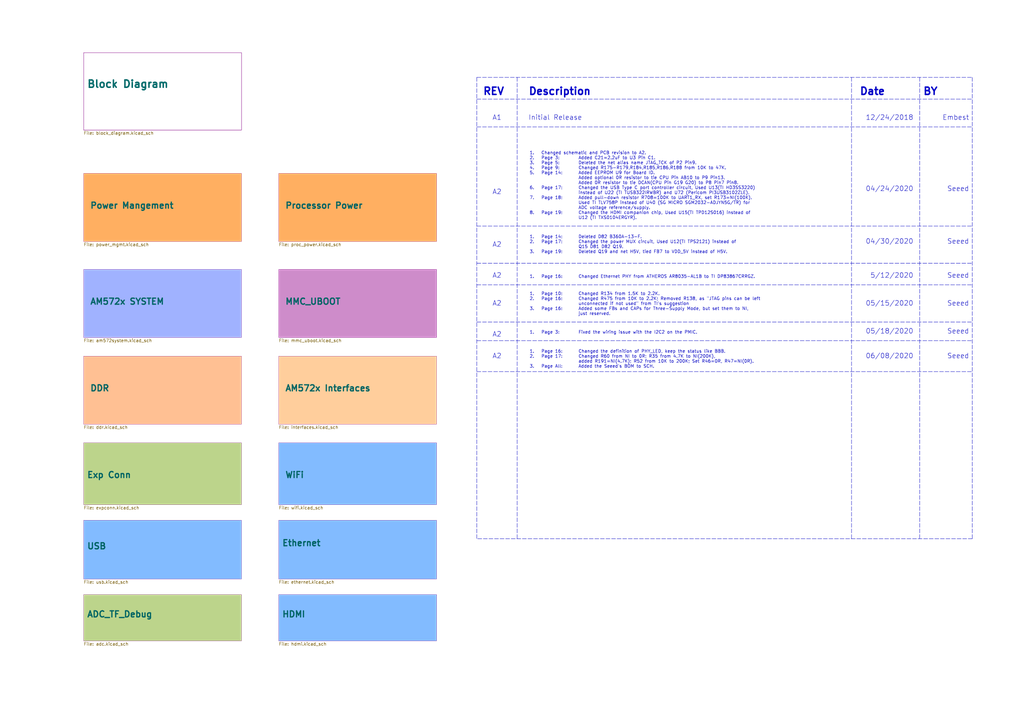
<source format=kicad_sch>
(kicad_sch (version 20210126) (generator eeschema)
  (paper "A3")
  (title_block (title "BeagleBone AI AM57x") (date "2021-01-15") (rev "Kicad-A1") (company "KiCad Services Corporation"))
  (lib_symbols)
  (polyline (pts (xy 195.58 31.75) (xy 195.58 220.98)) (stroke (width 0) (type dash)))
  (polyline (pts (xy 195.58 31.75) (xy 398.78 31.75)) (stroke (width 0) (type dash)))
  (polyline (pts (xy 195.58 40.64) (xy 398.78 40.64)) (stroke (width 0) (type dash)))
  (polyline (pts (xy 195.58 52.07) (xy 398.78 52.07)) (stroke (width 0) (type dash)))
  (polyline (pts (xy 195.58 92.71) (xy 398.78 92.71)) (stroke (width 0) (type dash)))
  (polyline (pts (xy 195.58 107.95) (xy 398.78 107.95)) (stroke (width 0) (type dash)))
  (polyline (pts (xy 195.58 116.84) (xy 398.78 116.84)) (stroke (width 0) (type dash)))
  (polyline (pts (xy 195.58 132.08) (xy 398.78 132.08)) (stroke (width 0) (type dash)))
  (polyline (pts (xy 195.58 139.7) (xy 398.78 139.7)) (stroke (width 0) (type dash)))
  (polyline (pts (xy 195.58 152.4) (xy 398.78 152.4)) (stroke (width 0) (type dash)))
  (polyline (pts (xy 212.09 31.75) (xy 212.09 220.98)) (stroke (width 0) (type dash)))
  (polyline (pts (xy 349.25 31.75) (xy 349.25 220.98)) (stroke (width 0) (type dash)))
  (polyline (pts (xy 377.19 31.75) (xy 377.19 220.98)) (stroke (width 0) (type dash)))
  (polyline (pts (xy 398.78 31.75) (xy 398.78 220.98)) (stroke (width 0) (type dash)))
  (polyline (pts (xy 398.78 220.98) (xy 195.58 220.98)) (stroke (width 0) (type dash)))
  (text "A1" (at 205.74 49.53 180) (effects (font (size 2 2)) (justify right bottom)))
  (text "A2" (at 205.74 80.01 180) (effects (font (size 2 2)) (justify right bottom)))
  (text "A2" (at 205.74 101.6 180) (effects (font (size 2 2)) (justify right bottom)))
  (text "A2" (at 205.74 114.3 180) (effects (font (size 2 2)) (justify right bottom)))
  (text "A2" (at 205.74 125.73 180) (effects (font (size 2 2)) (justify right bottom)))
  (text "A2" (at 205.74 138.43 180) (effects (font (size 2 2)) (justify right bottom)))
  (text "A2" (at 205.74 147.32 180) (effects (font (size 2 2)) (justify right bottom)))
  (text "REV" (at 207.01 39.37 180) (effects (font (size 3 3) (thickness 0.6) bold) (justify right bottom)))
  (text "1.	Changed schematic and PCB revision to A2.\n2.	Page 3:		Added C21=2.2uF to U3 Pin C1.\n3.	Page 5:		Deleted the net alias name JTAG_TCK of P2 Pin9.\n4.	Page 9:		Changed R175-R179,R184,R185,R186,R188 from 10K to 47K.\n5.	Page 14:	Added EEPROM U9 for Board ID.\n				Added optional 0R resistor to tie CPU Pin AB10 to P9 Pin13.\n				Added 0R resistor to tie DCAN(CPU Pin G19 G20) to P8 Pin7 Pin8.\n6.	Page 17:	Changed the USB Type C port controller circuit, Used U13(TI HD3SS3220)\n				instead of U22 (TI TUSB322IRWBR) and U72 (Pericom PI3USB3102ZLE).\n7.	Page 18:	Added pull-down resistor R708=100K to UART1_RX, set R173=NI(100K).\n				Used TI TLV758P instead of U40 (SG MICRO SGM2032-ADJYN5G/TR) for\n				ADC voltage reference/supply.\n8.	Page 19:	Changed the HDMI companion chip, Used U15(TI TPD12S016) instead of\n				U12 (TI TXS0104ERGYR)." (at 217.17 90.17 0) (effects (font (size 1.27 1.27)) (justify left bottom)))
  (text "1.	Page 14:	Deleted D82 B360A-13-F.\n2.	Page 17:	Changed the power MUX circuit, Used U12(TI TPS2121) instead of\n				Q15 D81 D82 Q19.\n3.	Page 19:	Deleted Q19 and net H5V, tied FB7 to VDD_5V instead of H5V." (at 217.17 104.14 0) (effects (font (size 1.27 1.27)) (justify left bottom)))
  (text "1.	Page 16:	Changed Ethernet PHY from ATHEROS AR8035-AL1B to TI DP83867CRRGZ." (at 217.17 114.3 0) (effects (font (size 1.27 1.27)) (justify left bottom)))
  (text "1.	Page 10:	Changed R134 from 1.5K to 2.2K.\n2.	Page 16:	Changed R475 from 10K to 2.2K; Removed R138, as \"JTAG pins can be left\n				unconnected if not used\" from TI's suggestion\n3.	Page 16:	Added some FBs and CAPs for Three-Supply Mode, but set them to NI,\n				just reserved." (at 217.17 129.54 0) (effects (font (size 1.27 1.27)) (justify left bottom)))
  (text "1.	Page 3:		Fixed the wiring issue with the I2C2 on the PMIC." (at 217.17 137.16 0) (effects (font (size 1.27 1.27)) (justify left bottom)))
  (text "1.	Page 16:	Changed the definition of PHY_LED, keep the status like BBB.\n2.	Page 17:	Changed R60 from NI to 0R; R35 from 4.7K to NI(200K),\n				added R191=NI(4.7K); R52 from 10K to 200K; Set R46=0R, R47=NI(0R).\n3.	Page All: 	Added the Seeed's BOM to SCH." (at 217.17 151.13 0) (effects (font (size 1.27 1.27)) (justify left bottom)))
  (text "Initial Release" (at 238.76 49.53 180) (effects (font (size 2 2)) (justify right bottom)))
  (text "Description" (at 242.57 39.37 180) (effects (font (size 3 3) (thickness 0.6) bold) (justify right bottom)))
  (text "Date" (at 363.22 39.37 180) (effects (font (size 3 3) (thickness 0.6) bold) (justify right bottom)))
  (text "12/24/2018" (at 374.65 49.53 180) (effects (font (size 2 2)) (justify right bottom)))
  (text "04/24/2020" (at 374.65 78.74 180) (effects (font (size 2 2)) (justify right bottom)))
  (text "04/30/2020" (at 374.65 100.33 180) (effects (font (size 2 2)) (justify right bottom)))
  (text "5/12/2020" (at 374.65 114.3 180) (effects (font (size 2 2)) (justify right bottom)))
  (text "05/15/2020" (at 374.65 125.73 180) (effects (font (size 2 2)) (justify right bottom)))
  (text "05/18/2020" (at 374.65 137.16 180) (effects (font (size 2 2)) (justify right bottom)))
  (text "06/08/2020" (at 374.65 147.32 180) (effects (font (size 2 2)) (justify right bottom)))
  (text "BY" (at 384.81 39.37 180) (effects (font (size 3 3) (thickness 0.6) bold) (justify right bottom)))
  (text "Embest" (at 397.51 49.53 180) (effects (font (size 2 2)) (justify right bottom)))
  (text "Seeed" (at 397.51 78.74 180) (effects (font (size 2 2)) (justify right bottom)))
  (text "Seeed" (at 397.51 100.33 180) (effects (font (size 2 2)) (justify right bottom)))
  (text "Seeed" (at 397.51 114.3 180) (effects (font (size 2 2)) (justify right bottom)))
  (text "Seeed" (at 397.51 125.73 180) (effects (font (size 2 2)) (justify right bottom)))
  (text "Seeed" (at 397.51 137.16 180) (effects (font (size 2 2)) (justify right bottom)))
  (text "Seeed" (at 397.51 147.32 180) (effects (font (size 2 2)) (justify right bottom)))
  (sheet (at 34.29 243.84) (size 64.77 19.05) (stroke (width 0.001) (color 132 0 132 1)) (fill (color 188 212 139 1.0000))
    (property "Sheet name" "ADC_TF_Debug" (at 35.56 253.364 0) (effects (font (size 2.5 2.5) bold) (justify left bottom)))
    (property "Sheet file" "adc.kicad_sch" (at 34.29 263.3989 0) (effects (justify left top)))
  )
  (sheet (at 114.3 146.05) (size 64.77 27.94) (stroke (width 0.001) (color 132 0 132 1)) (fill (color 255 206 156 1.0000))
    (property "Sheet name" "AM572x Interfaces" (at 116.84 160.654 0) (effects (font (size 2.5 2.5) bold) (justify left bottom)))
    (property "Sheet file" "interfaces.kicad_sch" (at 114.3 174.4989 0) (effects (justify left top)))
  )
  (sheet (at 34.29 110.49) (size 64.77 27.94) (stroke (width 0.001) (color 132 0 132 1)) (fill (color 160 178 255 1.0000))
    (property "Sheet name" "AM572x SYSTEM" (at 36.83 125.094 0) (effects (font (size 2.5 2.5) bold) (justify left bottom)))
    (property "Sheet file" "am572system.kicad_sch" (at 34.29 138.9389 0) (effects (justify left top)))
  )
  (sheet (at 34.29 21.59) (size 64.77 31.75) (stroke (width 0.001) (color 132 0 132 1))
    (property "Sheet name" "Block Diagram" (at 35.56 36.194 0) (effects (font (size 3 3) bold) (justify left bottom)))
    (property "Sheet file" "block_diagram.kicad_sch" (at 34.29 53.8489 0) (effects (justify left top)))
  )
  (sheet (at 34.29 146.05) (size 64.77 27.94) (stroke (width 0.001) (color 132 0 132 1)) (fill (color 255 192 147 1.0000))
    (property "Sheet name" "DDR" (at 36.83 160.654 0) (effects (font (size 2.5 2.5) bold) (justify left bottom)))
    (property "Sheet file" "ddr.kicad_sch" (at 34.29 174.4989 0) (effects (justify left top)))
  )
  (sheet (at 114.3 213.36) (size 64.77 24.13) (stroke (width 0.001) (color 132 0 132 1)) (fill (color 130 187 255 1.0000))
    (property "Sheet name" "Ethernet" (at 115.57 224.154 0) (effects (font (size 2.5 2.5) bold) (justify left bottom)))
    (property "Sheet file" "ethernet.kicad_sch" (at 114.3 237.9989 0) (effects (justify left top)))
  )
  (sheet (at 34.29 181.61) (size 64.77 25.4) (stroke (width 0.001) (color 132 0 132 1)) (fill (color 188 212 139 1.0000))
    (property "Sheet name" "Exp Conn" (at 35.56 196.214 0) (effects (font (size 2.5 2.5) bold) (justify left bottom)))
    (property "Sheet file" "expconn.kicad_sch" (at 34.29 207.5189 0) (effects (justify left top)))
  )
  (sheet (at 114.3 243.84) (size 64.77 19.05) (stroke (width 0.001) (color 132 0 132 1)) (fill (color 130 187 255 1.0000))
    (property "Sheet name" "HDMI" (at 115.57 253.364 0) (effects (font (size 2.5 2.5) bold) (justify left bottom)))
    (property "Sheet file" "hdmi.kicad_sch" (at 114.3 263.3989 0) (effects (justify left top)))
  )
  (sheet (at 114.3 110.49) (size 64.77 27.94) (stroke (width 0.001) (color 132 0 132 1)) (fill (color 206 140 202 1.0000))
    (property "Sheet name" "MMC_UBOOT" (at 116.84 125.094 0) (effects (font (size 2.5 2.5) bold) (justify left bottom)))
    (property "Sheet file" "mmc_uboot.kicad_sch" (at 114.3 138.9389 0) (effects (justify left top)))
  )
  (sheet (at 34.29 71.12) (size 64.77 27.94) (stroke (width 0.001) (color 132 0 132 1)) (fill (color 255 175 97 1.0000))
    (property "Sheet name" "Power Mangement" (at 36.83 85.724 0) (effects (font (size 2.5 2.5) bold) (justify left bottom)))
    (property "Sheet file" "power_mgmt.kicad_sch" (at 34.29 99.5689 0) (effects (justify left top)))
  )
  (sheet (at 114.3 71.12) (size 64.77 27.94) (stroke (width 0.001) (color 132 0 132 1)) (fill (color 255 175 97 1.0000))
    (property "Sheet name" "Processor Power" (at 116.84 85.724 0) (effects (font (size 2.5 2.5) bold) (justify left bottom)))
    (property "Sheet file" "proc_power.kicad_sch" (at 114.3 99.5689 0) (effects (justify left top)))
  )
  (sheet (at 34.29 213.36) (size 64.77 24.13) (stroke (width 0.001) (color 132 0 132 1)) (fill (color 130 187 255 1.0000))
    (property "Sheet name" "USB" (at 35.56 225.424 0) (effects (font (size 2.5 2.5) bold) (justify left bottom)))
    (property "Sheet file" "usb.kicad_sch" (at 34.29 237.9989 0) (effects (justify left top)))
  )
  (sheet (at 114.3 181.61) (size 64.77 25.4) (stroke (width 0.001) (color 132 0 132 1)) (fill (color 130 187 255 1.0000))
    (property "Sheet name" "WiFi" (at 116.84 196.214 0) (effects (font (size 2.5 2.5) bold) (justify left bottom)))
    (property "Sheet file" "wifi.kicad_sch" (at 114.3 207.5189 0) (effects (justify left top)))
  )
)
</source>
